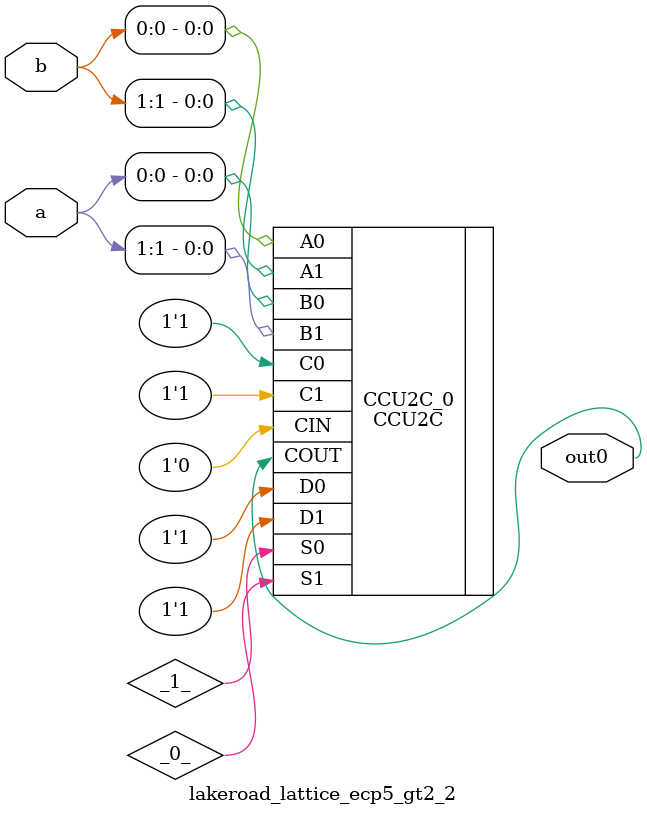
<source format=v>

/* Generated by Yosys 0.19 (git sha1 a45c131b37c, clang 13.1.6 -fPIC -Os) */

module lakeroad_lattice_ecp5_gt2_2(a, b, out0);
  wire _0_;
  wire _1_;
  input [1:0] a;
  wire [1:0] a;
  input [1:0] b;
  wire [1:0] b;
  output out0;
  wire out0;
  CCU2C #(
    .INIT0(16'h9f95),
    .INIT1(16'h9f95),
    .INJECT1_0("NO"),
    .INJECT1_1("NO")
  ) CCU2C_0 (
    .A0(b[0]),
    .A1(b[1]),
    .B0(a[0]),
    .B1(a[1]),
    .C0(1'h1),
    .C1(1'h1),
    .CIN(1'h0),
    .COUT(out0),
    .D0(1'h1),
    .D1(1'h1),
    .S0(_1_),
    .S1(_0_)
  );
endmodule


</source>
